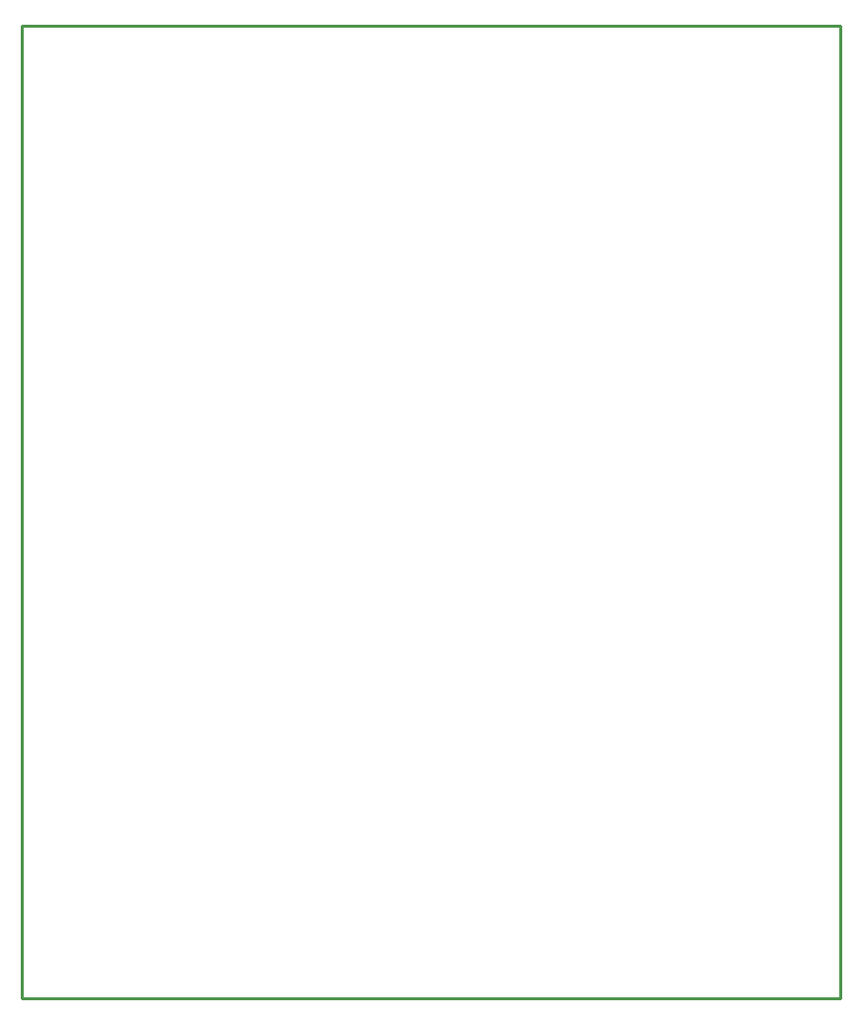
<source format=gm1>
G04 Layer_Color=16711935*
%FSLAX23Y23*%
%MOIN*%
G70*
G01*
G75*
%ADD12C,0.010*%
D12*
X4789Y3700D02*
Y6975D01*
X2029D02*
X4789D01*
X2029Y3700D02*
Y6975D01*
Y3700D02*
X4789D01*
M02*

</source>
